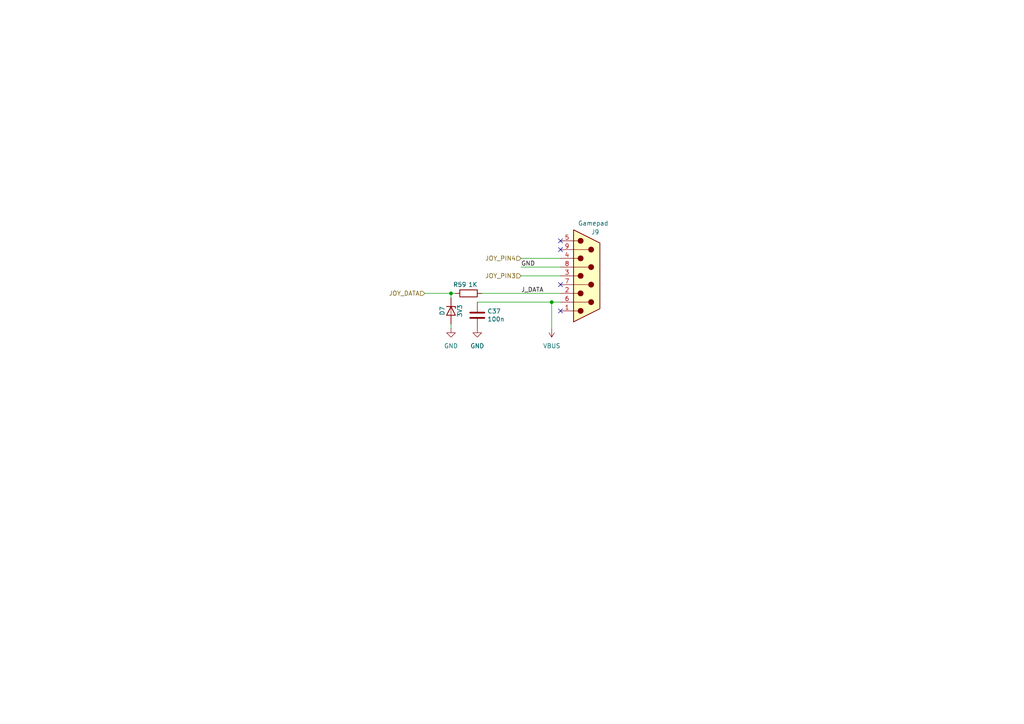
<source format=kicad_sch>
(kicad_sch (version 20250114) (generator "eeschema") (generator_version "9.0")
  (paper "A4")
  (title_block (title "${NAME}") (date "2025-05-10") (rev "${VERSION}") (company "Mikhail Matveev") (comment 1 "https://github.com/xtremespb/frank"))
  (lib_symbols
    (symbol "Device:C" (pin_numbers (hide yes)) (pin_names (offset 0.254))
      (property "Reference" "C" (at 0.635 2.54 0))
      (property "Value" "C" (at 0.635 -2.54 0))
      (symbol "C_0_1"
        (polyline (pts (xy -2.032 0.762) (xy 2.032 0.762)) (stroke (width 0.508)))
        (polyline (pts (xy -2.032 -0.762) (xy 2.032 -0.762)) (stroke (width 0.508)))
      )
      (symbol "C_1_1"
        (pin passive line (at 0 3.81 270) (length 2.794) (name "~") (number "1"))
        (pin passive line (at 0 -3.81 90) (length 2.794) (name "~") (number "2"))
      )
    )
    (symbol "Device:D_Zener" (pin_numbers (hide yes)) (pin_names (offset 1.016) (hide yes))
      (property "Reference" "D" (at 0 2.54 0))
      (property "Value" "D_Zener" (at 0 -2.54 0))
      (symbol "D_Zener_0_1"
        (polyline (pts (xy -1.27 -1.27) (xy -1.27 1.27) (xy -0.762 1.27)) (stroke (width 0.254)))
        (polyline (pts (xy 1.27 0) (xy -1.27 0)))
        (polyline (pts (xy 1.27 -1.27) (xy 1.27 1.27) (xy -1.27 0) (xy 1.27 -1.27)) (stroke (width 0.254)))
      )
      (symbol "D_Zener_1_1"
        (pin passive line (at -3.81 0 0) (length 2.54) (name "K") (number "1"))
        (pin passive line (at 3.81 0 180) (length 2.54) (name "A") (number "2"))
      )
    )
    (symbol "Device:R" (pin_numbers (hide yes)) (pin_names (offset 0))
      (property "Reference" "R" (at 2.032 0 90))
      (property "Value" "R" (at 0 0 90))
      (symbol "R_0_1"
        (rectangle (start -1.016 -2.54) (end 1.016 2.54) (stroke (width 0.254)))
      )
      (symbol "R_1_1"
        (pin passive line (at 0 3.81 270) (length 1.27) (name "~") (number "1"))
        (pin passive line (at 0 -3.81 90) (length 1.27) (name "~") (number "2"))
      )
    )
    (symbol "FRANK:DB9_Male_Small" (pin_names (offset 1.016) (hide yes))
      (property "Reference" "JOY1" (at 1.27 12.7 0))
      (symbol "DB9_Male_Small_0_1"
        (polyline (pts (xy -3.81 10.16) (xy -2.54 10.16)))
        (polyline (pts (xy -3.81 7.62) (xy 0.508 7.62)))
        (polyline (pts (xy -3.81 5.08) (xy -2.54 5.08)))
        (polyline (pts (xy -3.81 2.54) (xy 0.508 2.54)))
        (polyline (pts (xy -3.81 0) (xy -2.54 0)))
        (polyline (pts (xy -3.81 -2.54) (xy 0.508 -2.54)))
        (polyline (pts (xy -3.81 -5.08) (xy -2.54 -5.08)))
        (polyline (pts (xy -3.81 -7.62) (xy 0.508 -7.62)))
        (polyline (pts (xy -3.81 -10.16) (xy -2.54 -10.16)))
        (polyline (pts (xy -3.81 -13.335) (xy -3.81 13.335) (xy 3.81 9.525) (xy 3.81 -9.525) (xy -3.81 -13.335)) (stroke (width 0.254)) (fill (type background)))
        (circle (center -1.778 10.16) (radius 0.762) (fill (type outline)))
        (circle (center -1.778 5.08) (radius 0.762) (fill (type outline)))
        (circle (center -1.778 0) (radius 0.762) (fill (type outline)))
        (circle (center -1.778 -5.08) (radius 0.762) (fill (type outline)))
        (circle (center -1.778 -10.16) (radius 0.762) (fill (type outline)))
        (circle (center 1.27 7.62) (radius 0.762) (fill (type outline)))
        (circle (center 1.27 2.54) (radius 0.762) (fill (type outline)))
        (circle (center 1.27 -2.54) (radius 0.762) (fill (type outline)))
        (circle (center 1.27 -7.62) (radius 0.762) (fill (type outline)))
      )
      (symbol "DB9_Male_Small_1_1"
        (pin passive line (at -7.62 10.16 0) (length 3.81) (name "5") (number "5"))
        (pin passive line (at -7.62 7.62 0) (length 3.81) (name "9") (number "9"))
        (pin passive line (at -7.62 5.08 0) (length 3.81) (name "4") (number "4"))
        (pin passive line (at -7.62 2.54 0) (length 3.81) (name "8") (number "8"))
        (pin passive line (at -7.62 0 0) (length 3.81) (name "3") (number "3"))
        (pin passive line (at -7.62 -2.54 0) (length 3.81) (name "7") (number "7"))
        (pin passive line (at -7.62 -5.08 0) (length 3.81) (name "2") (number "2"))
        (pin passive line (at -7.62 -7.62 0) (length 3.81) (name "6") (number "6"))
        (pin passive line (at -7.62 -10.16 0) (length 3.81) (name "1") (number "1"))
      )
    )
    (symbol "GND_1" (power) (pin_numbers (hide yes)) (pin_names (offset 0) (hide yes))
      (property "Value" "GND" (at 0 -3.81 0))
      (symbol "GND_1_0_1"
        (polyline (pts (xy 0 0) (xy 0 -1.27) (xy 1.27 -1.27) (xy 0 -2.54) (xy -1.27 -1.27) (xy 0 -1.27)))
      )
      (symbol "GND_1_1_1"
        (pin power_in line (at 0 0 270) (length 0) (name "~") (number "1"))
      )
    )
    (symbol "power:VBUS" (power) (pin_numbers (hide yes)) (pin_names (offset 0) (hide yes))
      (property "Value" "VBUS" (at 0 3.556 0))
      (symbol "VBUS_0_1"
        (polyline (pts (xy -0.762 1.27) (xy 0 2.54)))
        (polyline (pts (xy 0 2.54) (xy 0.762 1.27)))
        (polyline (pts (xy 0 0) (xy 0 2.54)))
      )
      (symbol "VBUS_1_1"
        (pin power_in line (at 0 0 90) (length 0) (name "~") (number "1"))
      )
    )
  )
  (junction (at 160.02 87.63))
  (junction (at 130.81 85.09))
  (no_connect (at 162.56 69.85))
  (no_connect (at 162.56 72.39))
  (no_connect (at 162.56 82.55))
  (no_connect (at 162.56 90.17))
  (wire (pts (xy 130.81 93.98) (xy 130.81 95.25)))
  (wire (pts (xy 160.02 87.63) (xy 160.02 95.25)))
  (wire (pts (xy 138.43 87.63) (xy 160.02 87.63)))
  (wire (pts (xy 139.7 85.09) (xy 162.56 85.09)))
  (wire (pts (xy 151.13 80.01) (xy 162.56 80.01)))
  (wire (pts (xy 151.13 74.93) (xy 162.56 74.93)))
  (wire (pts (xy 160.02 87.63) (xy 162.56 87.63)))
  (wire (pts (xy 151.13 77.47) (xy 162.56 77.47)))
  (wire (pts (xy 130.81 85.09) (xy 130.81 86.36)))
  (wire (pts (xy 132.08 85.09) (xy 130.81 85.09)))
  (wire (pts (xy 123.19 85.09) (xy 130.81 85.09)))
  (label "GND" (at 151.13 77.47 0))
  (label "J_DATA" (at 151.13 85.09 0))
  (hierarchical_label "JOY_PIN4" (shape input) (at 151.13 74.93 180))
  (hierarchical_label "JOY_DATA" (shape input) (at 123.19 85.09 180))
  (hierarchical_label "JOY_PIN3" (shape input) (at 151.13 80.01 180))
  (symbol (lib_id "Device:C") (at 138.43 91.44 0) (unit 1)
    (property "Reference" "C36" (at 141.351 90.2716 0) (effects (justify left)))
    (property "Value" "100n" (at 141.351 92.583 0) (effects (justify left)))
    (property "Footprint" "FRANK:Capacitor (0805)" (effects (hide yes)))
    (property "Datasheet" "https://eu.mouser.com/datasheet/2/40/KGM_X7R-3223212.pdf" (effects (hide yes)))
    (property "AliExpress" "https://www.aliexpress.com/item/33008008276.html" (effects (hide yes)))
    (instances (project "minifrank_rm2" (path "" (reference "C37") (unit 1)) (path "" (reference "C36") (unit 1))))
  )
  (symbol (lib_id "power:VBUS") (at 160.02 95.25 180) (unit 1)
    (property "Reference" "#PWR083" (effects (hide yes)))
    (property "Value" "VBUS" (at 160.02 100.33 0))
    (property "Description" "Power symbol creates a global label with name \"VBUS\"" (effects (hide yes)))
    (instances (project "minifrank_rm2" (path "" (reference "#PWR086") (unit 1)) (path "" (reference "#PWR083") (unit 1))))
  )
  (symbol (lib_id "Device:R") (at 135.89 85.09 90) (unit 1)
    (property "Reference" "R58" (at 133.35 82.55 90))
    (property "Value" "1K" (at 137.16 82.55 90))
    (property "Footprint" "FRANK:Resistor (0805)" (effects (hide yes)))
    (property "Datasheet" "https://www.vishay.com/docs/28952/mcs0402at-mct0603at-mcu0805at-mca1206at.pdf" (effects (hide yes)))
    (property "AliExpress" "https://www.vishay.com/docs/28952/mcs0402at-mct0603at-mcu0805at-mca1206at.pdf" (effects (hide yes)))
    (instances (project "minifrank_rm2" (path "" (reference "R59") (unit 1)) (path "" (reference "R58") (unit 1))))
  )
  (symbol (lib_name "GND_1") (lib_id "power:GND") (at 130.81 95.25 0) (unit 1)
    (property "Reference" "#PWR081" (effects (hide yes)))
    (property "Value" "GND" (at 130.81 100.33 0))
    (property "Description" "Power symbol creates a global label with name \"GND\" , ground" (effects (hide yes)))
    (instances (project "minifrank_rm2" (path "" (reference "#PWR084") (unit 1)) (path "" (reference "#PWR081") (unit 1))))
  )
  (symbol (lib_id "Device:D_Zener") (at 130.81 90.17 270) (unit 1)
    (property "Reference" "D6" (at 128.27 90.17 0))
    (property "Value" "3V3" (at 133.35 90.17 0))
    (property "Footprint" "FRANK:Diode (SOD-323)" (effects (hide yes)))
    (property "Datasheet" "https://diotec.com/request/datasheet/mms3z2b4gw.pdf" (effects (hide yes)))
    (property "AliExpress" "https://www.aliexpress.com/item/1005006143480992.html" (effects (hide yes)))
    (instances (project "minifrank_rm2" (path "" (reference "D7") (unit 1)) (path "" (reference "D6") (unit 1))))
  )
  (symbol (lib_name "GND_1") (lib_id "power:GND") (at 138.43 95.25 0) (unit 1)
    (property "Reference" "#PWR082" (effects (hide yes)))
    (property "Value" "GND" (at 138.43 100.33 0))
    (property "Description" "Power symbol creates a global label with name \"GND\" , ground" (effects (hide yes)))
    (instances (project "minifrank_rm2" (path "" (reference "#PWR085") (unit 1)) (path "" (reference "#PWR082") (unit 1))))
  )
  (symbol (lib_id "FRANK:DB9_Male_Small") (at 170.18 80.01 0) (unit 1)
    (property "Reference" "J8" (at 171.45 67.31 0) (effects (justify left)))
    (property "Value" "Gamepad" (at 167.64 64.77 0) (effects (justify left)))
    (property "Footprint" "FRANK:D-SUB (9 pin, male, top mount)" (effects (hide yes)))
    (property "Datasheet" "https://gr.mouser.com/datasheet/2/18/6E17XXXXPXXX21X-23786.pdf" (effects (hide yes)))
    (property "AliExpress" "https://www.aliexpress.com/item/4001214300548.html" (effects (hide yes)))
    (instances (project "minifrank_rm2" (path "" (reference "J9") (unit 1)) (path "" (reference "J8") (unit 1))))
  )
)
</source>
